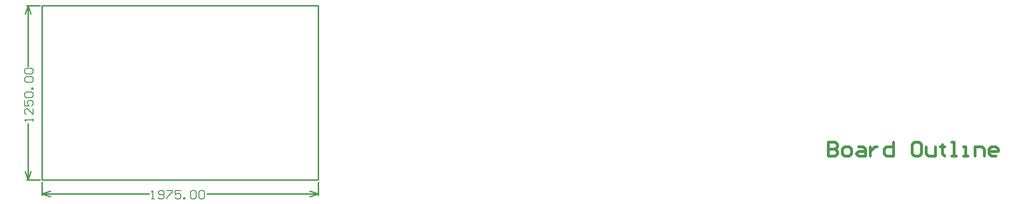
<source format=gm1>
G04 Layer_Color=16711935*
%FSLAX25Y25*%
%MOIN*%
G70*
G01*
G75*
%ADD27C,0.01000*%
%ADD28C,0.02000*%
%ADD69C,0.00600*%
D27*
X510000Y364100D02*
Y373500D01*
X312500Y364100D02*
Y373500D01*
X430244Y365100D02*
X510000D01*
X312500D02*
X389056D01*
X504000Y367100D02*
X510000Y365100D01*
X504000Y363100D02*
X510000Y365100D01*
X312500D02*
X318500Y363100D01*
X312500Y365100D02*
X318500Y367100D01*
X301500Y500000D02*
X311000D01*
X301500Y375000D02*
X311000D01*
X302500Y456494D02*
Y500000D01*
Y375000D02*
Y415306D01*
X300500Y494000D02*
X302500Y500000D01*
X304500Y494000D01*
X302500Y375000D02*
X304500Y381000D01*
X300500D02*
X302500Y375000D01*
X312500D02*
X510000D01*
Y500000D01*
X312500D02*
X510000D01*
X312500Y375000D02*
Y500000D01*
D28*
X875000Y401997D02*
Y392000D01*
X879998D01*
X881664Y393666D01*
Y395332D01*
X879998Y396998D01*
X875000D01*
X879998D01*
X881664Y398664D01*
Y400331D01*
X879998Y401997D01*
X875000D01*
X886663Y392000D02*
X889995D01*
X891661Y393666D01*
Y396998D01*
X889995Y398664D01*
X886663D01*
X884997Y396998D01*
Y393666D01*
X886663Y392000D01*
X896660Y398664D02*
X899992D01*
X901658Y396998D01*
Y392000D01*
X896660D01*
X894993Y393666D01*
X896660Y395332D01*
X901658D01*
X904990Y398664D02*
Y392000D01*
Y395332D01*
X906656Y396998D01*
X908323Y398664D01*
X909989D01*
X921652Y401997D02*
Y392000D01*
X916653D01*
X914987Y393666D01*
Y396998D01*
X916653Y398664D01*
X921652D01*
X939979Y401997D02*
X936647D01*
X934981Y400331D01*
Y393666D01*
X936647Y392000D01*
X939979D01*
X941645Y393666D01*
Y400331D01*
X939979Y401997D01*
X944977Y398664D02*
Y393666D01*
X946644Y392000D01*
X951642D01*
Y398664D01*
X956640Y400331D02*
Y398664D01*
X954974D01*
X958306D01*
X956640D01*
Y393666D01*
X958306Y392000D01*
X963305D02*
X966637D01*
X964971D01*
Y401997D01*
X963305D01*
X971635Y392000D02*
X974968D01*
X973302D01*
Y398664D01*
X971635D01*
X979966Y392000D02*
Y398664D01*
X984964D01*
X986631Y396998D01*
Y392000D01*
X994961D02*
X991629D01*
X989963Y393666D01*
Y396998D01*
X991629Y398664D01*
X994961D01*
X996627Y396998D01*
Y395332D01*
X989963D01*
D69*
X390656Y361501D02*
X392655D01*
X391656D01*
Y367499D01*
X390656Y366499D01*
X395655Y362501D02*
X396654Y361501D01*
X398654D01*
X399653Y362501D01*
Y366499D01*
X398654Y367499D01*
X396654D01*
X395655Y366499D01*
Y365500D01*
X396654Y364500D01*
X399653D01*
X401653Y367499D02*
X405651D01*
Y366499D01*
X401653Y362501D01*
Y361501D01*
X411649Y367499D02*
X407651D01*
Y364500D01*
X409650Y365500D01*
X410650D01*
X411649Y364500D01*
Y362501D01*
X410650Y361501D01*
X408650D01*
X407651Y362501D01*
X413649Y361501D02*
Y362501D01*
X414648D01*
Y361501D01*
X413649D01*
X418647Y366499D02*
X419647Y367499D01*
X421646D01*
X422646Y366499D01*
Y362501D01*
X421646Y361501D01*
X419647D01*
X418647Y362501D01*
Y366499D01*
X424645D02*
X425645Y367499D01*
X427644D01*
X428644Y366499D01*
Y362501D01*
X427644Y361501D01*
X425645D01*
X424645Y362501D01*
Y366499D01*
X306099Y416906D02*
Y418905D01*
Y417906D01*
X300101D01*
X301101Y416906D01*
X306099Y425903D02*
Y421905D01*
X302100Y425903D01*
X301101D01*
X300101Y424903D01*
Y422904D01*
X301101Y421905D01*
X300101Y431901D02*
Y427903D01*
X303100D01*
X302100Y429902D01*
Y430902D01*
X303100Y431901D01*
X305099D01*
X306099Y430902D01*
Y428902D01*
X305099Y427903D01*
X301101Y433901D02*
X300101Y434900D01*
Y436900D01*
X301101Y437899D01*
X305099D01*
X306099Y436900D01*
Y434900D01*
X305099Y433901D01*
X301101D01*
X306099Y439899D02*
X305099D01*
Y440898D01*
X306099D01*
Y439899D01*
X301101Y444897D02*
X300101Y445897D01*
Y447896D01*
X301101Y448896D01*
X305099D01*
X306099Y447896D01*
Y445897D01*
X305099Y444897D01*
X301101D01*
Y450895D02*
X300101Y451895D01*
Y453894D01*
X301101Y454894D01*
X305099D01*
X306099Y453894D01*
Y451895D01*
X305099Y450895D01*
X301101D01*
M02*

</source>
